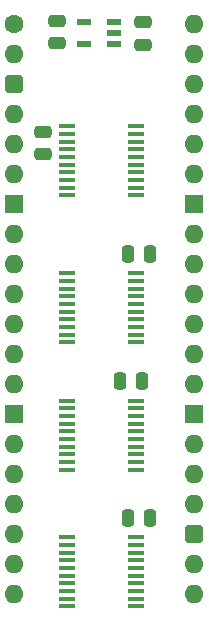
<source format=gts>
%TF.GenerationSoftware,KiCad,Pcbnew,9.0.2*%
%TF.CreationDate,2025-08-23T17:59:36+02:00*%
%TF.ProjectId,Video Signal Dragger,56696465-6f20-4536-9967-6e616c204472,V0*%
%TF.SameCoordinates,Original*%
%TF.FileFunction,Soldermask,Top*%
%TF.FilePolarity,Negative*%
%FSLAX46Y46*%
G04 Gerber Fmt 4.6, Leading zero omitted, Abs format (unit mm)*
G04 Created by KiCad (PCBNEW 9.0.2) date 2025-08-23 17:59:36*
%MOMM*%
%LPD*%
G01*
G04 APERTURE LIST*
G04 Aperture macros list*
%AMRoundRect*
0 Rectangle with rounded corners*
0 $1 Rounding radius*
0 $2 $3 $4 $5 $6 $7 $8 $9 X,Y pos of 4 corners*
0 Add a 4 corners polygon primitive as box body*
4,1,4,$2,$3,$4,$5,$6,$7,$8,$9,$2,$3,0*
0 Add four circle primitives for the rounded corners*
1,1,$1+$1,$2,$3*
1,1,$1+$1,$4,$5*
1,1,$1+$1,$6,$7*
1,1,$1+$1,$8,$9*
0 Add four rect primitives between the rounded corners*
20,1,$1+$1,$2,$3,$4,$5,0*
20,1,$1+$1,$4,$5,$6,$7,0*
20,1,$1+$1,$6,$7,$8,$9,0*
20,1,$1+$1,$8,$9,$2,$3,0*%
G04 Aperture macros list end*
%ADD10R,1.475000X0.450000*%
%ADD11C,1.600000*%
%ADD12O,1.600000X1.600000*%
%ADD13RoundRect,0.400000X-0.400000X-0.400000X0.400000X-0.400000X0.400000X0.400000X-0.400000X0.400000X0*%
%ADD14R,1.600000X1.600000*%
%ADD15RoundRect,0.250000X-0.475000X0.250000X-0.475000X-0.250000X0.475000X-0.250000X0.475000X0.250000X0*%
%ADD16RoundRect,0.250000X0.250000X0.475000X-0.250000X0.475000X-0.250000X-0.475000X0.250000X-0.475000X0*%
%ADD17RoundRect,0.250000X0.475000X-0.250000X0.475000X0.250000X-0.475000X0.250000X-0.475000X-0.250000X0*%
%ADD18R,1.150000X0.600000*%
G04 APERTURE END LIST*
D10*
%TO.C,IC1*%
X4428000Y-31873000D03*
X4428000Y-32523000D03*
X4428000Y-33173000D03*
X4428000Y-33823000D03*
X4428000Y-34473000D03*
X4428000Y-35123000D03*
X4428000Y-35773000D03*
X4428000Y-36423000D03*
X4428000Y-37073000D03*
X4428000Y-37723000D03*
X10304000Y-37723000D03*
X10304000Y-37073000D03*
X10304000Y-36423000D03*
X10304000Y-35773000D03*
X10304000Y-35123000D03*
X10304000Y-34473000D03*
X10304000Y-33823000D03*
X10304000Y-33173000D03*
X10304000Y-32523000D03*
X10304000Y-31873000D03*
%TD*%
%TO.C,IC4*%
X4428000Y-8632000D03*
X4428000Y-9282000D03*
X4428000Y-9932000D03*
X4428000Y-10582000D03*
X4428000Y-11232000D03*
X4428000Y-11882000D03*
X4428000Y-12532000D03*
X4428000Y-13182000D03*
X4428000Y-13832000D03*
X4428000Y-14482000D03*
X10304000Y-14482000D03*
X10304000Y-13832000D03*
X10304000Y-13182000D03*
X10304000Y-12532000D03*
X10304000Y-11882000D03*
X10304000Y-11232000D03*
X10304000Y-10582000D03*
X10304000Y-9932000D03*
X10304000Y-9282000D03*
X10304000Y-8632000D03*
%TD*%
D11*
%TO.C,J2*%
X0Y0D03*
D12*
X0Y-2540000D03*
D13*
X0Y-5080000D03*
D12*
X0Y-7620000D03*
X0Y-10160000D03*
X0Y-12700000D03*
D14*
X0Y-15240000D03*
D12*
X0Y-17780000D03*
X0Y-20320000D03*
X0Y-22860000D03*
X0Y-25400000D03*
X0Y-27940000D03*
X0Y-30480000D03*
D14*
X0Y-33020000D03*
D12*
X0Y-35560000D03*
X0Y-38100000D03*
X0Y-40640000D03*
X0Y-43180000D03*
X0Y-45720000D03*
X0Y-48260000D03*
X15240000Y-48260000D03*
X15240000Y-45720000D03*
D13*
X15240000Y-43180000D03*
D12*
X15240000Y-40640000D03*
X15240000Y-38100000D03*
X15240000Y-35560000D03*
D14*
X15240000Y-33020000D03*
D12*
X15240000Y-30480000D03*
X15240000Y-27940000D03*
X15240000Y-25400000D03*
X15240000Y-22860000D03*
X15240000Y-20320000D03*
X15240000Y-17780000D03*
D14*
X15240000Y-15240000D03*
D12*
X15240000Y-12700000D03*
X15240000Y-10160000D03*
X15240000Y-7620000D03*
X15240000Y-5080000D03*
X15240000Y-2540000D03*
X15240000Y0D03*
%TD*%
D15*
%TO.C,C4*%
X2413000Y-9099000D03*
X2413000Y-10999000D03*
%TD*%
D16*
%TO.C,C3*%
X11475000Y-19431000D03*
X9575000Y-19431000D03*
%TD*%
%TO.C,C2*%
X11475000Y-41816692D03*
X9575000Y-41816692D03*
%TD*%
D10*
%TO.C,IC2*%
X4428000Y-43442292D03*
X4428000Y-44092292D03*
X4428000Y-44742292D03*
X4428000Y-45392292D03*
X4428000Y-46042292D03*
X4428000Y-46692292D03*
X4428000Y-47342292D03*
X4428000Y-47992292D03*
X4428000Y-48642292D03*
X4428000Y-49292292D03*
X10304000Y-49292292D03*
X10304000Y-48642292D03*
X10304000Y-47992292D03*
X10304000Y-47342292D03*
X10304000Y-46692292D03*
X10304000Y-46042292D03*
X10304000Y-45392292D03*
X10304000Y-44742292D03*
X10304000Y-44092292D03*
X10304000Y-43442292D03*
%TD*%
D16*
%TO.C,C1*%
X10840000Y-30226000D03*
X8940000Y-30226000D03*
%TD*%
D15*
%TO.C,C9*%
X3602000Y301167D03*
X3602000Y-1598833D03*
%TD*%
D17*
%TO.C,C8*%
X10866400Y-1719233D03*
X10866400Y180767D03*
%TD*%
D10*
%TO.C,IC3*%
X4428000Y-21078000D03*
X4428000Y-21728000D03*
X4428000Y-22378000D03*
X4428000Y-23028000D03*
X4428000Y-23678000D03*
X4428000Y-24328000D03*
X4428000Y-24978000D03*
X4428000Y-25628000D03*
X4428000Y-26278000D03*
X4428000Y-26928000D03*
X10304000Y-26928000D03*
X10304000Y-26278000D03*
X10304000Y-25628000D03*
X10304000Y-24978000D03*
X10304000Y-24328000D03*
X10304000Y-23678000D03*
X10304000Y-23028000D03*
X10304000Y-22378000D03*
X10304000Y-21728000D03*
X10304000Y-21078000D03*
%TD*%
D18*
%TO.C,IC5*%
X8458000Y-1709833D03*
X8458000Y-759833D03*
X8458000Y190167D03*
X5858000Y190167D03*
X5858000Y-1709833D03*
%TD*%
M02*

</source>
